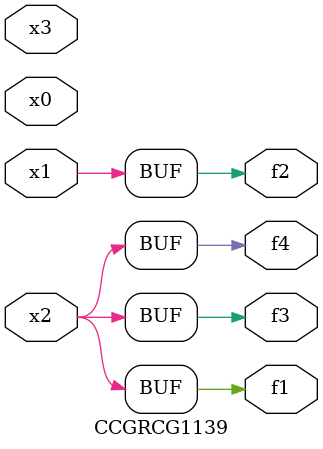
<source format=v>
module CCGRCG1139(
	input x0, x1, x2, x3,
	output f1, f2, f3, f4
);
	assign f1 = x2;
	assign f2 = x1;
	assign f3 = x2;
	assign f4 = x2;
endmodule

</source>
